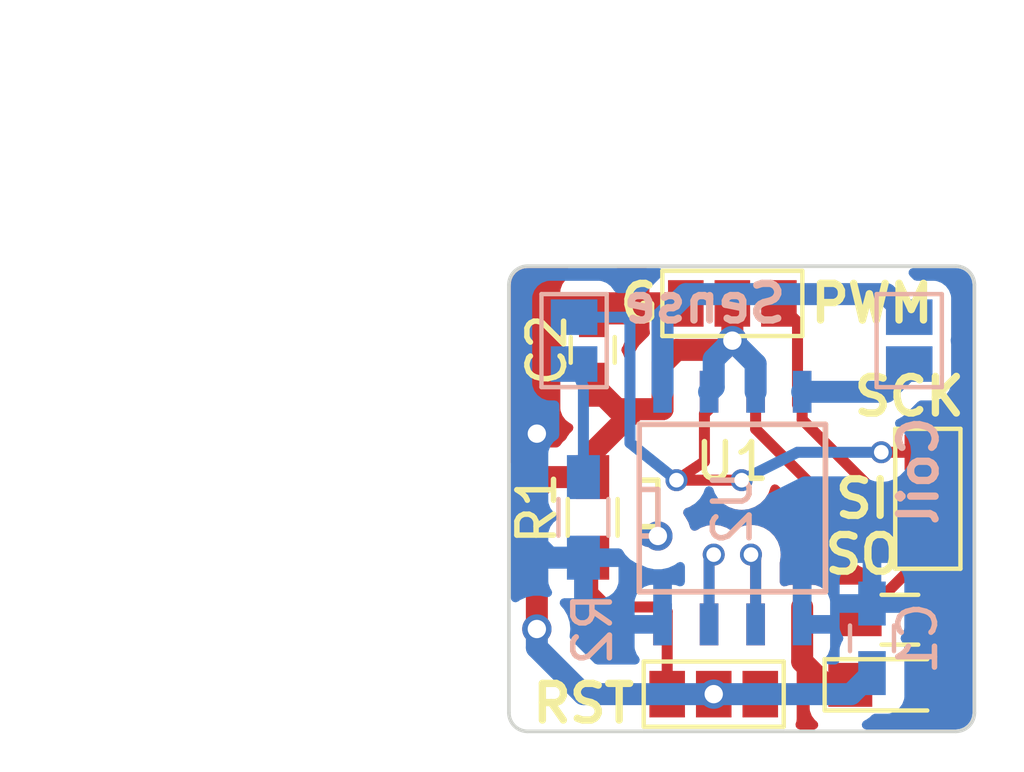
<source format=kicad_pcb>
(kicad_pcb (version 20221018) (generator pcbnew)
  (layers (0 "F.Cu" signal) (31 "B.Cu" signal) (34 "B.Paste" user) (35 "F.Paste" user) (36 "B.SilkS" user "B.Silkscreen") (37 "F.SilkS" user "F.Silkscreen") (38 "B.Mask" user) (39 "F.Mask" user) (44 "Edge.Cuts" user))
  (net 0 "")
  (net 1 "Net-(D1-Pad2)")
  (net 2 "GND")
  (net 3 "Net-(J1-Pad1)")
  (net 4 "Net-(J1-Pad2)")
  (net 5 "Net-(J2-Pad2)")
  (net 6 "VCC")
  (net 7 "LED")
  (net 8 "IB")
  (net 9 "IA")
  (net 10 "SCK")
  (net 11 "MOSI")
  (net 12 "RST")
  (footprint "LEDs:LED_0805" (layer "F.Cu") (at 139.954 110.998)
    (fp_text reference "D1" hide)
    (fp_text value "LED")
    (fp_line (start -1.8 -0.7) (end -1.8 0.7) (stroke (width 0.12)) (layer "F.SilkS"))
    (fp_line (start -1.8 -0.7) (end 1 -0.7) (stroke (width 0.12)) (layer "F.SilkS"))
    (fp_line (start -1.8 0.7) (end 1 0.7) (stroke (width 0.12)) (layer "F.SilkS"))
    (pad "1" smd rect (at -1.1 0 180) (size 1.2 1.2) (layers "F.Cu" "F.Paste" "F.Mask") (net 2 "GND"))
    (pad "2" smd rect (at 1.1 0 180) (size 1.2 1.2) (layers "F.Cu" "F.Paste" "F.Mask") (net 1 "Net-(D1-Pad2)"))
  )
  (footprint "Connectors:GS3" (layer "F.Cu") (at 135.636 100.584 90)
    (fp_text reference "J3" hide)
    (fp_text value "Input")
    (fp_line (start -0.89 -1.91) (end -0.89 1.91) (stroke (width 0.12)) (layer "F.SilkS"))
    (fp_line (start -0.89 -1.91) (end 0.89 -1.91) (stroke (width 0.12)) (layer "F.SilkS"))
    (fp_line (start -0.89 1.91) (end 0.89 1.91) (stroke (width 0.12)) (layer "F.SilkS"))
    (fp_line (start 0.89 1.91) (end 0.89 -1.91) (stroke (width 0.12)) (layer "F.SilkS"))
    (pad "1" smd rect (at 0 -1.27 90) (size 1.27 0.97) (layers "F.Cu" "F.Paste" "F.Mask") (net 2 "GND"))
    (pad "2" smd rect (at 0 0 90) (size 1.27 0.97) (layers "F.Cu" "F.Paste" "F.Mask") (net 6 "VCC"))
    (pad "3" smd rect (at 0 1.27 90) (size 1.27 0.97) (layers "F.Cu" "F.Paste" "F.Mask") (net 11 "MOSI"))
  )
  (footprint "Resistors_SMD:R_0603_HandSoldering" (layer "F.Cu") (at 131.826 106.426 -90)
    (fp_text reference "R1" (at -0.254 1.524 270) (layer "F.SilkS"))
    (fp_text value "10K")
    (fp_line (start -0.5 -0.68) (end 0.5 -0.68) (stroke (width 0.12)) (layer "F.SilkS"))
    (fp_line (start 0.5 0.68) (end -0.5 0.68) (stroke (width 0.12)) (layer "F.SilkS"))
    (pad "1" smd rect (at -1.1 0 270) (size 1.2 0.9) (layers "F.Cu" "F.Paste" "F.Mask") (net 6 "VCC"))
    (pad "2" smd rect (at 1.1 0 270) (size 1.2 0.9) (layers "F.Cu" "F.Paste" "F.Mask") (net 12 "RST"))
  )
  (footprint "Resistors_SMD:R_0603_HandSoldering" (layer "F.Cu") (at 140.208 109.22 180)
    (fp_text reference "R3" hide)
    (fp_text value "1K")
    (fp_line (start -0.5 -0.68) (end 0.5 -0.68) (stroke (width 0.12)) (layer "F.SilkS"))
    (fp_line (start 0.5 0.68) (end -0.5 0.68) (stroke (width 0.12)) (layer "F.SilkS"))
    (pad "1" smd rect (at -1.1 0 180) (size 1.2 0.9) (layers "F.Cu" "F.Paste" "F.Mask") (net 1 "Net-(D1-Pad2)"))
    (pad "2" smd rect (at 1.1 0 180) (size 1.2 0.9) (layers "F.Cu" "F.Paste" "F.Mask") (net 7 "LED"))
  )
  (footprint "SMD_Packages:SOIC-8-N" (layer "F.Cu") (at 135.636 106.172)
    (fp_text reference "U1" (at 0 -1.27) (layer "F.SilkS"))
    (fp_text value "ATTINY15-1SC")
    (fp_line (start -2.54 -2.286) (end 2.54 -2.286) (stroke (width 0.15)) (layer "F.SilkS"))
    (fp_line (start -2.54 -0.762) (end -2.032 -0.762) (stroke (width 0.15)) (layer "F.SilkS"))
    (fp_line (start -2.54 2.286) (end -2.54 -2.286) (stroke (width 0.15)) (layer "F.SilkS"))
    (fp_line (start -2.032 -0.762) (end -2.032 0.508) (stroke (width 0.15)) (layer "F.SilkS"))
    (fp_line (start -2.032 0.508) (end -2.54 0.508) (stroke (width 0.15)) (layer "F.SilkS"))
    (fp_line (start 2.54 -2.286) (end 2.54 2.286) (stroke (width 0.15)) (layer "F.SilkS"))
    (fp_line (start 2.54 2.286) (end -2.54 2.286) (stroke (width 0.15)) (layer "F.SilkS"))
    (pad "1" smd rect (at -1.905 3.175) (size 0.508 1.143) (layers "F.Cu" "F.Paste" "F.Mask") (net 12 "RST"))
    (pad "2" smd rect (at -0.635 3.175) (size 0.508 1.143) (layers "F.Cu" "F.Paste" "F.Mask") (net 8 "IB"))
    (pad "3" smd rect (at 0.635 3.175) (size 0.508 1.143) (layers "F.Cu" "F.Paste" "F.Mask") (net 9 "IA"))
    (pad "4" smd rect (at 1.905 3.175) (size 0.508 1.143) (layers "F.Cu" "F.Paste" "F.Mask") (net 2 "GND"))
    (pad "5" smd rect (at 1.905 -3.175) (size 0.508 1.143) (layers "F.Cu" "F.Paste" "F.Mask") (net 11 "MOSI"))
    (pad "6" smd rect (at 0.635 -3.175) (size 0.508 1.143) (layers "F.Cu" "F.Paste" "F.Mask") (net 7 "LED"))
    (pad "7" smd rect (at -0.635 -3.175) (size 0.508 1.143) (layers "F.Cu" "F.Paste" "F.Mask") (net 10 "SCK"))
    (pad "8" smd rect (at -1.905 -3.175) (size 0.508 1.143) (layers "F.Cu" "F.Paste" "F.Mask") (net 6 "VCC"))
  )
  (footprint "Connectors:GS3" (layer "F.Cu") (at 140.97 105.918)
    (fp_text reference "J4" hide)
    (fp_text value "Prog?dat")
    (fp_line (start -0.89 -1.91) (end -0.89 1.91) (stroke (width 0.12)) (layer "F.SilkS"))
    (fp_line (start -0.89 -1.91) (end 0.89 -1.91) (stroke (width 0.12)) (layer "F.SilkS"))
    (fp_line (start -0.89 1.91) (end 0.89 1.91) (stroke (width 0.12)) (layer "F.SilkS"))
    (fp_line (start 0.89 1.91) (end 0.89 -1.91) (stroke (width 0.12)) (layer "F.SilkS"))
    (pad "1" smd rect (at 0 -1.27) (size 1.27 0.97) (layers "F.Cu" "F.Paste" "F.Mask") (net 10 "SCK"))
    (pad "2" smd rect (at 0 0) (size 1.27 0.97) (layers "F.Cu" "F.Paste" "F.Mask") (net 11 "MOSI"))
    (pad "3" smd rect (at 0 1.27) (size 1.27 0.97) (layers "F.Cu" "F.Paste" "F.Mask") (net 7 "LED"))
  )
  (footprint "Connectors:GS3" (layer "F.Cu") (at 135.128 111.252 90)
    (fp_text reference "J5" hide)
    (fp_text value "Prog?pwr")
    (fp_line (start -0.89 -1.91) (end -0.89 1.91) (stroke (width 0.12)) (layer "F.SilkS"))
    (fp_line (start -0.89 -1.91) (end 0.89 -1.91) (stroke (width 0.12)) (layer "F.SilkS"))
    (fp_line (start -0.89 1.91) (end 0.89 1.91) (stroke (width 0.12)) (layer "F.SilkS"))
    (fp_line (start 0.89 1.91) (end 0.89 -1.91) (stroke (width 0.12)) (layer "F.SilkS"))
    (pad "1" smd rect (at 0 -1.27 90) (size 1.27 0.97) (layers "F.Cu" "F.Paste" "F.Mask") (net 12 "RST"))
    (pad "2" smd rect (at 0 0 90) (size 1.27 0.97) (layers "F.Cu" "F.Paste" "F.Mask") (net 6 "VCC"))
    (pad "3" smd rect (at 0 1.27 90) (size 1.27 0.97) (layers "F.Cu" "F.Paste" "F.Mask") (net 2 "GND"))
  )
  (footprint "Capacitors_SMD:C_0603_HandSoldering" (layer "F.Cu") (at 131.826 101.854 90)
    (fp_text reference "C2" (at 0 -1.25 90) (layer "F.SilkS"))
    (fp_text value "100n")
    (fp_line (start -0.35 -0.6) (end 0.35 -0.6) (stroke (width 0.12)) (layer "F.SilkS"))
    (fp_line (start 0.35 0.6) (end -0.35 0.6) (stroke (width 0.12)) (layer "F.SilkS"))
    (pad "1" smd rect (at -0.95 0 90) (size 1.2 0.75) (layers "F.Cu" "F.Paste" "F.Mask") (net 6 "VCC"))
    (pad "2" smd rect (at 0.95 0 90) (size 1.2 0.75) (layers "F.Cu" "F.Paste" "F.Mask") (net 2 "GND"))
  )
  (footprint "Connectors:GS2" (layer "B.Cu") (at 140.462 101.6)
    (fp_text reference "J1" hide)
    (fp_text value "SOLENOID")
    (fp_line (start -0.89 1.27) (end -0.89 -1.27) (stroke (width 0.12)) (layer "B.SilkS"))
    (fp_line (start -0.89 1.27) (end 0.89 1.27) (stroke (width 0.12)) (layer "B.SilkS"))
    (fp_line (start 0.89 -1.27) (end -0.89 -1.27) (stroke (width 0.12)) (layer "B.SilkS"))
    (fp_line (start 0.89 -1.27) (end 0.89 1.27) (stroke (width 0.12)) (layer "B.SilkS"))
    (pad "1" smd rect (at 0 0.64) (size 1.27 0.97) (layers "B.Cu" "B.Paste" "B.Mask") (net 3 "Net-(J1-Pad1)"))
    (pad "2" smd rect (at 0 -0.64) (size 1.27 0.97) (layers "B.Cu" "B.Paste" "B.Mask") (net 4 "Net-(J1-Pad2)"))
  )
  (footprint "Connectors:GS2" (layer "B.Cu") (at 131.318 101.6 180)
    (fp_text reference "J2" hide)
    (fp_text value "Sensor")
    (fp_line (start -0.89 1.27) (end -0.89 -1.27) (stroke (width 0.12)) (layer "B.SilkS"))
    (fp_line (start -0.89 1.27) (end 0.89 1.27) (stroke (width 0.12)) (layer "B.SilkS"))
    (fp_line (start 0.89 -1.27) (end -0.89 -1.27) (stroke (width 0.12)) (layer "B.SilkS"))
    (fp_line (start 0.89 -1.27) (end 0.89 1.27) (stroke (width 0.12)) (layer "B.SilkS"))
    (pad "1" smd rect (at 0 0.64 180) (size 1.27 0.97) (layers "B.Cu" "B.Paste" "B.Mask") (net 10 "SCK"))
    (pad "2" smd rect (at 0 -0.64 180) (size 1.27 0.97) (layers "B.Cu" "B.Paste" "B.Mask") (net 5 "Net-(J2-Pad2)"))
  )
  (footprint "Resistors_SMD:R_0603_HandSoldering" (layer "B.Cu") (at 131.572 106.426 90)
    (fp_text reference "R2" (at -3.048 0.254 90) (layer "B.SilkS") (effects (justify mirror)))
    (fp_text value "10K")
    (fp_line (start -0.5 0.68) (end 0.5 0.68) (stroke (width 0.12)) (layer "B.SilkS"))
    (fp_line (start 0.5 -0.68) (end -0.5 -0.68) (stroke (width 0.12)) (layer "B.SilkS"))
    (pad "1" smd rect (at -1.1 0 90) (size 1.2 0.9) (layers "B.Cu" "B.Paste" "B.Mask") (net 2 "GND"))
    (pad "2" smd rect (at 1.1 0 90) (size 1.2 0.9) (layers "B.Cu" "B.Paste" "B.Mask") (net 5 "Net-(J2-Pad2)"))
  )
  (footprint "SMD_Packages:SOIC-8-N" (layer "B.Cu") (at 135.636 106.172)
    (fp_text reference "U2" (at 0 0 90) (layer "B.SilkS") (effects (justify mirror)))
    (fp_text value "L9110")
    (fp_line (start -2.54 -2.286) (end -2.54 2.286) (stroke (width 0.15)) (layer "B.SilkS"))
    (fp_line (start -2.54 0.762) (end -2.032 0.762) (stroke (width 0.15)) (layer "B.SilkS"))
    (fp_line (start -2.54 2.286) (end 2.54 2.286) (stroke (width 0.15)) (layer "B.SilkS"))
    (fp_line (start -2.032 -0.508) (end -2.54 -0.508) (stroke (width 0.15)) (layer "B.SilkS"))
    (fp_line (start -2.032 0.762) (end -2.032 -0.508) (stroke (width 0.15)) (layer "B.SilkS"))
    (fp_line (start 2.54 -2.286) (end -2.54 -2.286) (stroke (width 0.15)) (layer "B.SilkS"))
    (fp_line (start 2.54 2.286) (end 2.54 -2.286) (stroke (width 0.15)) (layer "B.SilkS"))
    (pad "1" smd rect (at -1.905 -3.175) (size 0.508 1.143) (layers "B.Cu" "B.Paste" "B.Mask") (net 4 "Net-(J1-Pad2)"))
    (pad "2" smd rect (at -0.635 -3.175) (size 0.508 1.143) (layers "B.Cu" "B.Paste" "B.Mask") (net 6 "VCC"))
    (pad "3" smd rect (at 0.635 -3.175) (size 0.508 1.143) (layers "B.Cu" "B.Paste" "B.Mask") (net 6 "VCC"))
    (pad "4" smd rect (at 1.905 -3.175) (size 0.508 1.143) (layers "B.Cu" "B.Paste" "B.Mask") (net 3 "Net-(J1-Pad1)"))
    (pad "5" smd rect (at 1.905 3.175) (size 0.508 1.143) (layers "B.Cu" "B.Paste" "B.Mask") (net 2 "GND"))
    (pad "6" smd rect (at 0.635 3.175) (size 0.508 1.143) (layers "B.Cu" "B.Paste" "B.Mask") (net 9 "IA"))
    (pad "7" smd rect (at -0.635 3.175) (size 0.508 1.143) (layers "B.Cu" "B.Paste" "B.Mask") (net 8 "IB"))
    (pad "8" smd rect (at -1.905 3.175) (size 0.508 1.143) (layers "B.Cu" "B.Paste" "B.Mask") (net 2 "GND"))
  )
  (footprint "Capacitors_SMD:C_0603_HandSoldering" (layer "B.Cu") (at 139.446 109.728 90)
    (fp_text reference "C1" (at 0 1.25 90) (layer "B.SilkS") (effects (justify mirror)))
    (fp_text value "2.2uf")
    (fp_line (start -0.35 0.6) (end 0.35 0.6) (stroke (width 0.12)) (layer "B.SilkS"))
    (fp_line (start 0.35 -0.6) (end -0.35 -0.6) (stroke (width 0.12)) (layer "B.SilkS"))
    (pad "1" smd rect (at -0.95 0 90) (size 1.2 0.75) (layers "B.Cu" "B.Paste" "B.Mask") (net 6 "VCC"))
    (pad "2" smd rect (at 0.95 0 90) (size 1.2 0.75) (layers "B.Cu" "B.Paste" "B.Mask") (net 2 "GND"))
  )
  (gr_arc (start 130.048 112.268) (mid 129.68879 112.11921) (end 129.54 111.76) (stroke (width 0.1)) (layer "Edge.Cuts"))
  (gr_line (start 142.24 100.076) (end 142.24 111.76) (stroke (width 0.1)) (layer "Edge.Cuts"))
  (gr_line (start 141.732 112.268) (end 130.048 112.268) (stroke (width 0.1)) (layer "Edge.Cuts"))
  (gr_arc (start 129.54 100.076) (mid 129.68879 99.71679) (end 130.048 99.568) (stroke (width 0.1)) (layer "Edge.Cuts"))
  (gr_line (start 129.54 111.76) (end 129.54 100.076) (stroke (width 0.1)) (layer "Edge.Cuts"))
  (gr_line (start 130.048 99.568) (end 141.732 99.568) (stroke (width 0.1)) (layer "Edge.Cuts"))
  (gr_arc (start 141.732 99.568) (mid 142.09121 99.71679) (end 142.24 100.076) (stroke (width 0.1)) (layer "Edge.Cuts"))
  (gr_arc (start 142.24 111.76) (mid 142.09121 112.11921) (end 141.732 112.268) (stroke (width 0.1)) (layer "Edge.Cuts"))
  (gr_text "Sense" (at 134.874 100.584) (layer "B.SilkS") (effects (font (size 1 1) (thickness 0.2)) (justify mirror)))
  (gr_text "Coil" (at 140.716 105.156 90) (layer "B.SilkS") (effects (font (size 1 1) (thickness 0.2)) (justify mirror)))
  (gr_text "SO" (at 139.192 107.442) (layer "F.SilkS") (effects (font (size 1 1) (thickness 0.2))))
  (gr_text "RST" (at 131.572 111.506) (layer "F.SilkS") (effects (font (size 1 1) (thickness 0.2))))
  (gr_text "SI\n" (at 139.192 105.918) (layer "F.SilkS") (effects (font (size 1 1) (thickness 0.2))))
  (gr_text "SCK" (at 140.462 103.124) (layer "F.SilkS") (effects (font (size 1 1) (thickness 0.2))))
  (gr_text "PWM" (at 139.446 100.584) (layer "F.SilkS") (effects (font (size 1 1) (thickness 0.2))))
  (gr_text "G" (at 133.096 100.584) (layer "F.SilkS") (effects (font (size 1 1) (thickness 0.2))))
  (segment (start 133.35 106.934) (end 133.604 106.934) (width 0.6) (layer "F.Cu") (net 0))
  (via (at 133.604 106.934) (size 0.8) (drill 0.5) (layers "F.Cu" "B.Cu") (net 0))
  (segment (start 133.604 106.934) (end 133.35 106.934) (width 0.6) (layer "B.Cu") (net 0))
  (segment (start 141.308 110.744) (end 141.054 110.998) (width 0.3) (layer "F.Cu") (net 1))
  (segment (start 141.308 109.22) (end 141.308 110.744) (width 0.3) (layer "F.Cu") (net 1))
  (segment (start 138.176 110.998) (end 137.541 110.363) (width 0.6) (layer "F.Cu") (net 2))
  (segment (start 137.541 110.363) (end 137.541 108.872) (width 0.6) (layer "F.Cu") (net 2))
  (segment (start 130.302 104.14) (end 130.302 101.346) (width 0.6) (layer "F.Cu") (net 2))
  (segment (start 130.302 101.346) (end 131.064 100.584) (width 0.6) (layer "F.Cu") (net 2))
  (segment (start 131.064 100.584) (end 134.366 100.584) (width 0.6) (layer "F.Cu") (net 2))
  (segment (start 132.146 100.584) (end 131.826 100.904) (width 0.6) (layer "F.Cu") (net 2))
  (segment (start 138.854 110.998) (end 138.176 110.998) (width 0.6) (layer "F.Cu") (net 2))
  (segment (start 134.366 100.584) (end 132.146 100.584) (width 0.6) (layer "F.Cu") (net 2))
  (via (at 130.302 104.14) (size 0.8) (drill 0.5) (layers "F.Cu" "B.Cu") (net 2))
  (segment (start 130.64 107.526) (end 130.302 107.188) (width 0.6) (layer "B.Cu") (net 2))
  (segment (start 130.302 107.188) (end 130.302 104.14) (width 0.6) (layer "B.Cu") (net 2))
  (segment (start 131.572 107.526) (end 130.64 107.526) (width 0.6) (layer "B.Cu") (net 2))
  (segment (start 140.462 102.362) (end 139.827 102.997) (width 0.6) (layer "B.Cu") (net 3))
  (segment (start 139.827 102.997) (end 137.541 102.997) (width 0.6) (layer "B.Cu") (net 3))
  (segment (start 140.462 102.24) (end 140.462 102.362) (width 0.6) (layer "B.Cu") (net 3))
  (segment (start 133.731 100.965) (end 134.366 100.33) (width 0.6) (layer "B.Cu") (net 4))
  (segment (start 134.366 100.33) (end 139.832 100.33) (width 0.6) (layer "B.Cu") (net 4))
  (segment (start 139.832 100.33) (end 140.462 100.96) (width 0.6) (layer "B.Cu") (net 4))
  (segment (start 133.731 102.997) (end 133.731 100.965) (width 0.6) (layer "B.Cu") (net 4))
  (segment (start 131.572 105.326) (end 131.572 102.87) (width 0.3) (layer "B.Cu") (net 5))
  (segment (start 131.572 102.87) (end 131.318 102.24) (width 0.3) (layer "B.Cu") (net 5))
  (segment (start 135.636 101.6) (end 135.382 101.854) (width 0.6) (layer "F.Cu") (net 6))
  (segment (start 135.382 101.854) (end 134.112 101.854) (width 0.6) (layer "F.Cu") (net 6))
  (segment (start 134.112 101.854) (end 133.731 102.235) (width 0.6) (layer "F.Cu") (net 6))
  (segment (start 133.731 102.235) (end 133.731 103.472) (width 0.6) (layer "F.Cu") (net 6))
  (segment (start 131.826 104.648) (end 133.002 103.472) (width 0.6) (layer "F.Cu") (net 6))
  (segment (start 133.002 103.472) (end 133.731 103.472) (width 0.6) (layer "F.Cu") (net 6))
  (segment (start 130.302 109.474) (end 130.302 105.664) (width 0.6) (layer "F.Cu") (net 6))
  (segment (start 130.302 105.664) (end 130.64 105.326) (width 0.6) (layer "F.Cu") (net 6))
  (segment (start 131.826 105.326) (end 130.64 105.326) (width 0.6) (layer "F.Cu") (net 6))
  (segment (start 132.494 103.472) (end 131.826 102.804) (width 0.6) (layer "F.Cu") (net 6))
  (segment (start 133.731 103.472) (end 132.494 103.472) (width 0.6) (layer "F.Cu") (net 6))
  (segment (start 135.636 100.584) (end 135.636 101.6) (width 0.6) (layer "F.Cu") (net 6))
  (segment (start 131.826 105.326) (end 131.826 104.648) (width 0.6) (layer "F.Cu") (net 6))
  (via (at 135.128 111.252) (size 0.8) (drill 0.5) (layers "F.Cu" "B.Cu") (net 6))
  (via (at 135.636 101.6) (size 0.8) (drill 0.5) (layers "F.Cu" "B.Cu") (net 6))
  (via (at 130.302 109.474) (size 0.8) (drill 0.5) (layers "F.Cu" "B.Cu") (net 6))
  (segment (start 135.636 101.6) (end 136.271 102.235) (width 0.6) (layer "B.Cu") (net 6))
  (segment (start 136.271 102.235) (end 136.271 102.997) (width 0.6) (layer "B.Cu") (net 6))
  (segment (start 135.128 102.108) (end 135.128 102.87) (width 0.6) (layer "B.Cu") (net 6))
  (segment (start 135.128 102.87) (end 135.001 102.997) (width 0.6) (layer "B.Cu") (net 6))
  (segment (start 131.572 111.252) (end 135.128 111.252) (width 0.6) (layer "B.Cu") (net 6))
  (segment (start 131.572 111.252) (end 130.302 109.982) (width 0.6) (layer "B.Cu") (net 6))
  (segment (start 130.302 109.982) (end 130.302 109.474) (width 0.6) (layer "B.Cu") (net 6))
  (segment (start 138.872 111.252) (end 139.446 110.678) (width 0.6) (layer "B.Cu") (net 6))
  (segment (start 135.636 101.6) (end 135.128 102.108) (width 0.6) (layer "B.Cu") (net 6))
  (segment (start 135.128 111.252) (end 138.872 111.252) (width 0.6) (layer "B.Cu") (net 6))
  (segment (start 140.97 107.358) (end 139.108 109.22) (width 0.3) (layer "F.Cu") (net 7))
  (segment (start 136.271 104.013) (end 139.446 107.188) (width 0.3) (layer "F.Cu") (net 7))
  (segment (start 139.446 107.188) (end 140.97 107.188) (width 0.3) (layer "F.Cu") (net 7))
  (segment (start 136.271 103.472) (end 136.271 104.013) (width 0.3) (layer "F.Cu") (net 7))
  (segment (start 140.97 107.188) (end 140.97 107.358) (width 0.3) (layer "F.Cu") (net 7))
  (segment (start 135.001 107.569) (end 135.128 107.442) (width 0.3) (layer "F.Cu") (net 8))
  (segment (start 135.001 108.872) (end 135.001 107.569) (width 0.3) (layer "F.Cu") (net 8))
  (via (at 135.128 107.442) (size 0.6) (drill 0.4) (layers "F.Cu" "B.Cu") (net 8))
  (segment (start 135.128 107.442) (end 135.001 107.569) (width 0.3) (layer "B.Cu") (net 8))
  (segment (start 135.001 107.569) (end 135.001 109.347) (width 0.3) (layer "B.Cu") (net 8))
  (segment (start 136.144 107.442) (end 136.271 107.569) (width 0.3) (layer "F.Cu") (net 9))
  (segment (start 136.271 107.569) (end 136.271 108.872) (width 0.3) (layer "F.Cu") (net 9))
  (via (at 136.144 107.442) (size 0.6) (drill 0.4) (layers "F.Cu" "B.Cu") (net 9))
  (segment (start 136.271 107.569) (end 136.144 107.442) (width 0.3) (layer "B.Cu") (net 9))
  (segment (start 136.271 109.347) (end 136.271 107.569) (width 0.3) (layer "B.Cu") (net 9))
  (segment (start 134.112 105.41) (end 134.874 104.902) (width 0.3) (layer "F.Cu") (net 10))
  (segment (start 134.874 104.902) (end 134.874 103.599) (width 0.3) (layer "F.Cu") (net 10))
  (segment (start 134.874 103.599) (end 135.001 103.472) (width 0.3) (layer "F.Cu") (net 10))
  (segment (start 139.7 104.648) (end 140.97 104.648) (width 0.3) (layer "F.Cu") (net 10))
  (segment (start 134.112 105.41) (end 135.89 105.41) (width 0.3) (layer "F.Cu") (net 10))
  (via (at 135.89 105.41) (size 0.6) (drill 0.4) (layers "F.Cu" "B.Cu") (net 10))
  (via (at 139.7 104.648) (size 0.6) (drill 0.4) (layers "F.Cu" "B.Cu") (net 10))
  (via (at 134.112 105.41) (size 0.6) (drill 0.4) (layers "F.Cu" "B.Cu") (net 10))
  (segment (start 132.71 100.96) (end 132.842 101.092) (width 0.3) (layer "B.Cu") (net 10))
  (segment (start 132.842 101.092) (end 132.842 104.394) (width 0.3) (layer "B.Cu") (net 10))
  (segment (start 132.842 104.394) (end 134.112 105.41) (width 0.3) (layer "B.Cu") (net 10))
  (segment (start 135.89 105.41) (end 137.414 104.648) (width 0.3) (layer "B.Cu") (net 10))
  (segment (start 137.414 104.648) (end 139.7 104.648) (width 0.3) (layer "B.Cu") (net 10))
  (segment (start 131.318 100.96) (end 132.71 100.96) (width 0.3) (layer "B.Cu") (net 10))
  (segment (start 137.414 101.092) (end 137.414 103.345) (width 0.3) (layer "F.Cu") (net 11))
  (segment (start 137.414 103.345) (end 137.541 103.472) (width 0.3) (layer "F.Cu") (net 11))
  (segment (start 137.541 103.759) (end 139.7 105.918) (width 0.3) (layer "F.Cu") (net 11))
  (segment (start 139.7 105.918) (end 140.97 105.918) (width 0.3) (layer "F.Cu") (net 11))
  (segment (start 136.906 100.584) (end 137.414 101.092) (width 0.3) (layer "F.Cu") (net 11))
  (segment (start 137.541 103.472) (end 137.541 103.759) (width 0.3) (layer "F.Cu") (net 11))
  (segment (start 131.826 108.458) (end 132.24 108.872) (width 0.3) (layer "F.Cu") (net 12))
  (segment (start 132.24 108.872) (end 133.731 108.872) (width 0.3) (layer "F.Cu") (net 12))
  (segment (start 133.858 108.999) (end 133.731 108.872) (width 0.3) (layer "F.Cu") (net 12))
  (segment (start 131.826 107.526) (end 131.826 108.458) (width 0.3) (layer "F.Cu") (net 12))
  (segment (start 133.858 111.252) (end 133.858 108.999) (width 0.3) (layer "F.Cu") (net 12))
  (zone (net 2) (net_name "GND") (layer "F.Cu") (connect_pads (clearance 0.508)) (min_thickness 0.254) (fill yes (thermal_gap 0.508) (thermal_bridge_width 0.508))
    (polygon (pts (xy 129.286 99.314) (xy 142.494 99.314) (xy 142.494 112.268) (xy 129.286 112.268)))
  )
  (zone (net 2) (net_name "GND") (layer "B.Cu") (connect_pads (clearance 0.508)) (min_thickness 0.254) (fill yes (thermal_gap 0.508) (thermal_bridge_width 0.508))
    (polygon (pts (xy 129.54 112.522) (xy 142.24 112.522) (xy 142.24 98.806) (xy 129.54 98.806)))
  )
)
</source>
